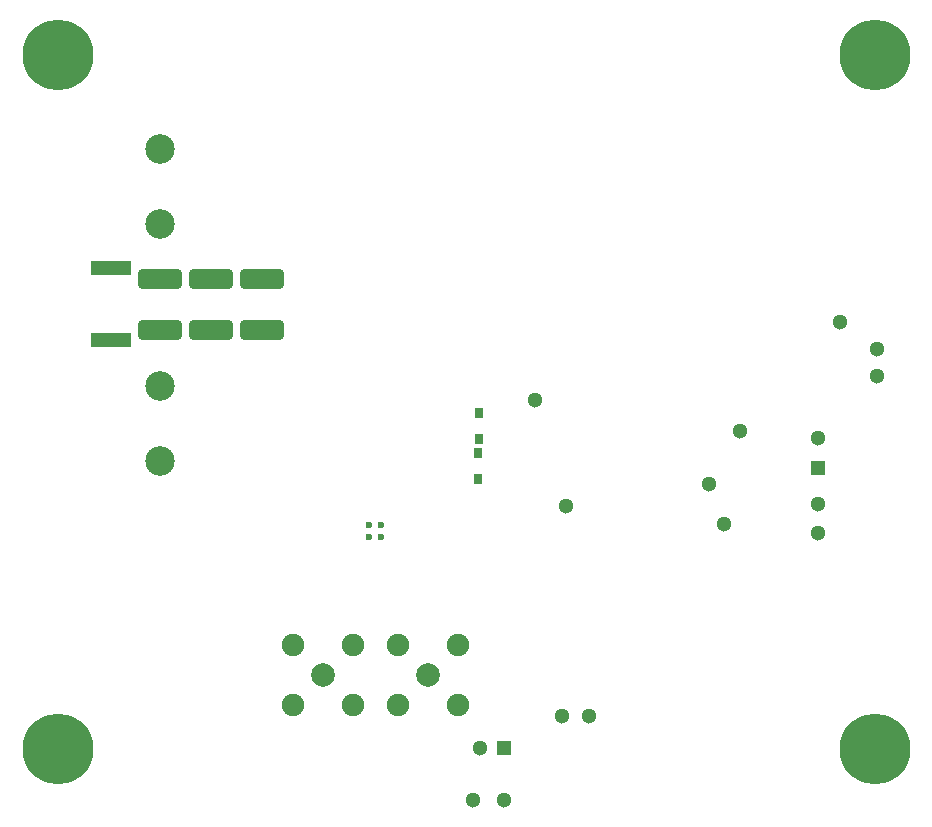
<source format=gbr>
%TF.GenerationSoftware,Altium Limited,Altium Designer,22.9.1 (49)*%
G04 Layer_Color=255*
%FSLAX45Y45*%
%MOMM*%
%TF.SameCoordinates,C6D2A98E-D71B-44EB-B230-12E80A119C5B*%
%TF.FilePolarity,Positive*%
%TF.FileFunction,Pads,Bot*%
%TF.Part,Single*%
G01*
G75*
%TA.AperFunction,SMDPad,CuDef*%
G04:AMPARAMS|DCode=31|XSize=1.7mm|YSize=3.8mm|CornerRadius=0.425mm|HoleSize=0mm|Usage=FLASHONLY|Rotation=90.000|XOffset=0mm|YOffset=0mm|HoleType=Round|Shape=RoundedRectangle|*
%AMROUNDEDRECTD31*
21,1,1.70000,2.95000,0,0,90.0*
21,1,0.85000,3.80000,0,0,90.0*
1,1,0.85000,1.47500,0.42500*
1,1,0.85000,1.47500,-0.42500*
1,1,0.85000,-1.47500,-0.42500*
1,1,0.85000,-1.47500,0.42500*
%
%ADD31ROUNDEDRECTD31*%
%TA.AperFunction,ComponentPad*%
%ADD43C,1.30000*%
%ADD44C,1.90500*%
%ADD45C,2.00660*%
%ADD46C,0.60000*%
%ADD47R,1.30000X1.30000*%
%ADD48C,6.00000*%
%ADD49R,1.30000X1.30000*%
%ADD50C,2.50000*%
%TA.AperFunction,SMDPad,CuDef*%
%ADD52R,3.40000X1.25000*%
%ADD53R,0.80000X0.90000*%
D31*
X1327460Y4317499D02*
D03*
Y4747501D02*
D03*
X1757500Y4317499D02*
D03*
Y4747501D02*
D03*
X2187540Y4317499D02*
D03*
Y4747501D02*
D03*
D43*
X4497500Y3720000D02*
D03*
X6102500Y2670000D02*
D03*
X4037500Y777500D02*
D03*
X6897500Y3397500D02*
D03*
X7390771Y4155507D02*
D03*
X6897500Y2595000D02*
D03*
Y2841380D02*
D03*
X4240000Y337500D02*
D03*
X3972500D02*
D03*
X4957500Y1042500D02*
D03*
X4727500D02*
D03*
X7390771Y3926907D02*
D03*
X6237500Y3460000D02*
D03*
X5975000Y3010000D02*
D03*
X4760000Y2820000D02*
D03*
X7080000Y4385000D02*
D03*
D44*
X3847770Y1137230D02*
D03*
X3337230D02*
D03*
Y1647770D02*
D03*
X3847770D02*
D03*
X2960270Y1137230D02*
D03*
X2449730D02*
D03*
X2960270Y1647770D02*
D03*
X2449730D02*
D03*
D45*
X3592500Y1392500D02*
D03*
X2705000D02*
D03*
D46*
X3195300Y2562700D02*
D03*
Y2664300D02*
D03*
X3093700Y2562700D02*
D03*
Y2664300D02*
D03*
D47*
X4237500Y777500D02*
D03*
D48*
X457500Y762500D02*
D03*
Y6642500D02*
D03*
X7377500D02*
D03*
Y762500D02*
D03*
D49*
X6897500Y3143500D02*
D03*
D50*
X1322500Y5210000D02*
D03*
Y5845000D02*
D03*
Y3837500D02*
D03*
Y3202500D02*
D03*
D52*
X910118Y4227494D02*
D03*
Y4837490D02*
D03*
D53*
X4022500Y3607500D02*
D03*
Y3387500D02*
D03*
X4017500Y3052500D02*
D03*
Y3272500D02*
D03*
%TF.MD5,e74dd102af5c248751fefa45a0cfe128*%
M02*

</source>
